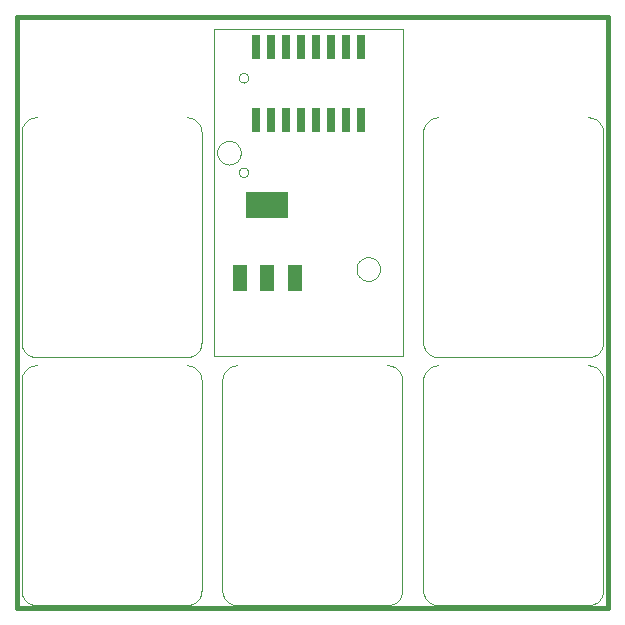
<source format=gbp>
G75*
G70*
%OFA0B0*%
%FSLAX24Y24*%
%IPPOS*%
%LPD*%
%AMOC8*
5,1,8,0,0,1.08239X$1,22.5*
%
%ADD10C,0.0160*%
%ADD11C,0.0000*%
%ADD12R,0.0260X0.0800*%
%ADD13R,0.0480X0.0880*%
%ADD14R,0.1417X0.0866*%
D10*
X000180Y000180D02*
X000180Y019865D01*
X019865Y019865D01*
X019865Y000180D01*
X000180Y000180D01*
D11*
X000322Y000759D02*
X000322Y007759D01*
X000324Y007803D01*
X000330Y007846D01*
X000339Y007888D01*
X000352Y007930D01*
X000369Y007970D01*
X000389Y008009D01*
X000412Y008046D01*
X000439Y008080D01*
X000468Y008113D01*
X000501Y008142D01*
X000535Y008169D01*
X000572Y008192D01*
X000611Y008212D01*
X000651Y008229D01*
X000693Y008242D01*
X000735Y008251D01*
X000778Y008257D01*
X000822Y008259D01*
X000822Y008526D02*
X005822Y008526D01*
X005866Y008528D01*
X005909Y008534D01*
X005951Y008543D01*
X005993Y008556D01*
X006033Y008573D01*
X006072Y008593D01*
X006109Y008616D01*
X006143Y008643D01*
X006176Y008672D01*
X006205Y008705D01*
X006232Y008739D01*
X006255Y008776D01*
X006275Y008815D01*
X006292Y008855D01*
X006305Y008897D01*
X006314Y008939D01*
X006320Y008982D01*
X006322Y009026D01*
X006322Y016026D01*
X006320Y016070D01*
X006314Y016113D01*
X006305Y016155D01*
X006292Y016197D01*
X006275Y016237D01*
X006255Y016276D01*
X006232Y016313D01*
X006205Y016347D01*
X006176Y016380D01*
X006143Y016409D01*
X006109Y016436D01*
X006072Y016459D01*
X006033Y016479D01*
X005993Y016496D01*
X005951Y016509D01*
X005909Y016518D01*
X005866Y016524D01*
X005822Y016526D01*
X006843Y015347D02*
X006845Y015386D01*
X006851Y015425D01*
X006861Y015463D01*
X006874Y015500D01*
X006891Y015535D01*
X006911Y015569D01*
X006935Y015600D01*
X006962Y015629D01*
X006991Y015655D01*
X007023Y015678D01*
X007057Y015698D01*
X007093Y015714D01*
X007130Y015726D01*
X007169Y015735D01*
X007208Y015740D01*
X007247Y015741D01*
X007286Y015738D01*
X007325Y015731D01*
X007362Y015720D01*
X007399Y015706D01*
X007434Y015688D01*
X007467Y015667D01*
X007498Y015642D01*
X007526Y015615D01*
X007551Y015585D01*
X007573Y015552D01*
X007592Y015518D01*
X007607Y015482D01*
X007619Y015444D01*
X007627Y015406D01*
X007631Y015367D01*
X007631Y015327D01*
X007627Y015288D01*
X007619Y015250D01*
X007607Y015212D01*
X007592Y015176D01*
X007573Y015142D01*
X007551Y015109D01*
X007526Y015079D01*
X007498Y015052D01*
X007467Y015027D01*
X007434Y015006D01*
X007399Y014988D01*
X007362Y014974D01*
X007325Y014963D01*
X007286Y014956D01*
X007247Y014953D01*
X007208Y014954D01*
X007169Y014959D01*
X007130Y014968D01*
X007093Y014980D01*
X007057Y014996D01*
X007023Y015016D01*
X006991Y015039D01*
X006962Y015065D01*
X006935Y015094D01*
X006911Y015125D01*
X006891Y015159D01*
X006874Y015194D01*
X006861Y015231D01*
X006851Y015269D01*
X006845Y015308D01*
X006843Y015347D01*
X007564Y014694D02*
X007566Y014719D01*
X007572Y014743D01*
X007581Y014765D01*
X007594Y014786D01*
X007610Y014805D01*
X007629Y014821D01*
X007650Y014834D01*
X007672Y014843D01*
X007696Y014849D01*
X007721Y014851D01*
X007746Y014849D01*
X007770Y014843D01*
X007792Y014834D01*
X007813Y014821D01*
X007832Y014805D01*
X007848Y014786D01*
X007861Y014765D01*
X007870Y014743D01*
X007876Y014719D01*
X007878Y014694D01*
X007876Y014669D01*
X007870Y014645D01*
X007861Y014623D01*
X007848Y014602D01*
X007832Y014583D01*
X007813Y014567D01*
X007792Y014554D01*
X007770Y014545D01*
X007746Y014539D01*
X007721Y014537D01*
X007696Y014539D01*
X007672Y014545D01*
X007650Y014554D01*
X007629Y014567D01*
X007610Y014583D01*
X007594Y014602D01*
X007581Y014623D01*
X007572Y014645D01*
X007566Y014669D01*
X007564Y014694D01*
X007564Y017843D02*
X007566Y017868D01*
X007572Y017892D01*
X007581Y017914D01*
X007594Y017935D01*
X007610Y017954D01*
X007629Y017970D01*
X007650Y017983D01*
X007672Y017992D01*
X007696Y017998D01*
X007721Y018000D01*
X007746Y017998D01*
X007770Y017992D01*
X007792Y017983D01*
X007813Y017970D01*
X007832Y017954D01*
X007848Y017935D01*
X007861Y017914D01*
X007870Y017892D01*
X007876Y017868D01*
X007878Y017843D01*
X007876Y017818D01*
X007870Y017794D01*
X007861Y017772D01*
X007848Y017751D01*
X007832Y017732D01*
X007813Y017716D01*
X007792Y017703D01*
X007770Y017694D01*
X007746Y017688D01*
X007721Y017686D01*
X007696Y017688D01*
X007672Y017694D01*
X007650Y017703D01*
X007629Y017716D01*
X007610Y017732D01*
X007594Y017751D01*
X007581Y017772D01*
X007572Y017794D01*
X007566Y017818D01*
X007564Y017843D01*
X006745Y019481D02*
X013044Y019481D01*
X013044Y008556D01*
X006745Y008556D01*
X006745Y019481D01*
X000822Y016526D02*
X000778Y016524D01*
X000735Y016518D01*
X000693Y016509D01*
X000651Y016496D01*
X000611Y016479D01*
X000572Y016459D01*
X000535Y016436D01*
X000501Y016409D01*
X000468Y016380D01*
X000439Y016347D01*
X000412Y016313D01*
X000389Y016276D01*
X000369Y016237D01*
X000352Y016197D01*
X000339Y016155D01*
X000330Y016113D01*
X000324Y016070D01*
X000322Y016026D01*
X000322Y009026D01*
X000324Y008982D01*
X000330Y008939D01*
X000339Y008897D01*
X000352Y008855D01*
X000369Y008815D01*
X000389Y008776D01*
X000412Y008739D01*
X000439Y008705D01*
X000468Y008672D01*
X000501Y008643D01*
X000535Y008616D01*
X000572Y008593D01*
X000611Y008573D01*
X000651Y008556D01*
X000693Y008543D01*
X000735Y008534D01*
X000778Y008528D01*
X000822Y008526D01*
X005822Y008259D02*
X005866Y008257D01*
X005909Y008251D01*
X005951Y008242D01*
X005993Y008229D01*
X006033Y008212D01*
X006072Y008192D01*
X006109Y008169D01*
X006143Y008142D01*
X006176Y008113D01*
X006205Y008080D01*
X006232Y008046D01*
X006255Y008009D01*
X006275Y007970D01*
X006292Y007930D01*
X006305Y007888D01*
X006314Y007846D01*
X006320Y007803D01*
X006322Y007759D01*
X006322Y000759D01*
X006320Y000715D01*
X006314Y000672D01*
X006305Y000630D01*
X006292Y000588D01*
X006275Y000548D01*
X006255Y000509D01*
X006232Y000472D01*
X006205Y000438D01*
X006176Y000405D01*
X006143Y000376D01*
X006109Y000349D01*
X006072Y000326D01*
X006033Y000306D01*
X005993Y000289D01*
X005951Y000276D01*
X005909Y000267D01*
X005866Y000261D01*
X005822Y000259D01*
X000822Y000259D01*
X000778Y000261D01*
X000735Y000267D01*
X000693Y000276D01*
X000651Y000289D01*
X000611Y000306D01*
X000572Y000326D01*
X000535Y000349D01*
X000501Y000376D01*
X000468Y000405D01*
X000439Y000438D01*
X000412Y000472D01*
X000389Y000509D01*
X000369Y000548D01*
X000352Y000588D01*
X000339Y000630D01*
X000330Y000672D01*
X000324Y000715D01*
X000322Y000759D01*
X007015Y000759D02*
X007015Y007759D01*
X007017Y007803D01*
X007023Y007846D01*
X007032Y007888D01*
X007045Y007930D01*
X007062Y007970D01*
X007082Y008009D01*
X007105Y008046D01*
X007132Y008080D01*
X007161Y008113D01*
X007194Y008142D01*
X007228Y008169D01*
X007265Y008192D01*
X007304Y008212D01*
X007344Y008229D01*
X007386Y008242D01*
X007428Y008251D01*
X007471Y008257D01*
X007515Y008259D01*
X011489Y011469D02*
X011491Y011508D01*
X011497Y011547D01*
X011507Y011585D01*
X011520Y011622D01*
X011537Y011657D01*
X011557Y011691D01*
X011581Y011722D01*
X011608Y011751D01*
X011637Y011777D01*
X011669Y011800D01*
X011703Y011820D01*
X011739Y011836D01*
X011776Y011848D01*
X011815Y011857D01*
X011854Y011862D01*
X011893Y011863D01*
X011932Y011860D01*
X011971Y011853D01*
X012008Y011842D01*
X012045Y011828D01*
X012080Y011810D01*
X012113Y011789D01*
X012144Y011764D01*
X012172Y011737D01*
X012197Y011707D01*
X012219Y011674D01*
X012238Y011640D01*
X012253Y011604D01*
X012265Y011566D01*
X012273Y011528D01*
X012277Y011489D01*
X012277Y011449D01*
X012273Y011410D01*
X012265Y011372D01*
X012253Y011334D01*
X012238Y011298D01*
X012219Y011264D01*
X012197Y011231D01*
X012172Y011201D01*
X012144Y011174D01*
X012113Y011149D01*
X012080Y011128D01*
X012045Y011110D01*
X012008Y011096D01*
X011971Y011085D01*
X011932Y011078D01*
X011893Y011075D01*
X011854Y011076D01*
X011815Y011081D01*
X011776Y011090D01*
X011739Y011102D01*
X011703Y011118D01*
X011669Y011138D01*
X011637Y011161D01*
X011608Y011187D01*
X011581Y011216D01*
X011557Y011247D01*
X011537Y011281D01*
X011520Y011316D01*
X011507Y011353D01*
X011497Y011391D01*
X011491Y011430D01*
X011489Y011469D01*
X013708Y009026D02*
X013708Y016026D01*
X013710Y016070D01*
X013716Y016113D01*
X013725Y016155D01*
X013738Y016197D01*
X013755Y016237D01*
X013775Y016276D01*
X013798Y016313D01*
X013825Y016347D01*
X013854Y016380D01*
X013887Y016409D01*
X013921Y016436D01*
X013958Y016459D01*
X013997Y016479D01*
X014037Y016496D01*
X014079Y016509D01*
X014121Y016518D01*
X014164Y016524D01*
X014208Y016526D01*
X019208Y016526D02*
X019252Y016524D01*
X019295Y016518D01*
X019337Y016509D01*
X019379Y016496D01*
X019419Y016479D01*
X019458Y016459D01*
X019495Y016436D01*
X019529Y016409D01*
X019562Y016380D01*
X019591Y016347D01*
X019618Y016313D01*
X019641Y016276D01*
X019661Y016237D01*
X019678Y016197D01*
X019691Y016155D01*
X019700Y016113D01*
X019706Y016070D01*
X019708Y016026D01*
X019708Y009026D01*
X019706Y008982D01*
X019700Y008939D01*
X019691Y008897D01*
X019678Y008855D01*
X019661Y008815D01*
X019641Y008776D01*
X019618Y008739D01*
X019591Y008705D01*
X019562Y008672D01*
X019529Y008643D01*
X019495Y008616D01*
X019458Y008593D01*
X019419Y008573D01*
X019379Y008556D01*
X019337Y008543D01*
X019295Y008534D01*
X019252Y008528D01*
X019208Y008526D01*
X014208Y008526D01*
X014164Y008528D01*
X014121Y008534D01*
X014079Y008543D01*
X014037Y008556D01*
X013997Y008573D01*
X013958Y008593D01*
X013921Y008616D01*
X013887Y008643D01*
X013854Y008672D01*
X013825Y008705D01*
X013798Y008739D01*
X013775Y008776D01*
X013755Y008815D01*
X013738Y008855D01*
X013725Y008897D01*
X013716Y008939D01*
X013710Y008982D01*
X013708Y009026D01*
X013708Y007759D02*
X013708Y000759D01*
X013710Y000715D01*
X013716Y000672D01*
X013725Y000630D01*
X013738Y000588D01*
X013755Y000548D01*
X013775Y000509D01*
X013798Y000472D01*
X013825Y000438D01*
X013854Y000405D01*
X013887Y000376D01*
X013921Y000349D01*
X013958Y000326D01*
X013997Y000306D01*
X014037Y000289D01*
X014079Y000276D01*
X014121Y000267D01*
X014164Y000261D01*
X014208Y000259D01*
X019208Y000259D01*
X019252Y000261D01*
X019295Y000267D01*
X019337Y000276D01*
X019379Y000289D01*
X019419Y000306D01*
X019458Y000326D01*
X019495Y000349D01*
X019529Y000376D01*
X019562Y000405D01*
X019591Y000438D01*
X019618Y000472D01*
X019641Y000509D01*
X019661Y000548D01*
X019678Y000588D01*
X019691Y000630D01*
X019700Y000672D01*
X019706Y000715D01*
X019708Y000759D01*
X019708Y007759D01*
X019706Y007803D01*
X019700Y007846D01*
X019691Y007888D01*
X019678Y007930D01*
X019661Y007970D01*
X019641Y008009D01*
X019618Y008046D01*
X019591Y008080D01*
X019562Y008113D01*
X019529Y008142D01*
X019495Y008169D01*
X019458Y008192D01*
X019419Y008212D01*
X019379Y008229D01*
X019337Y008242D01*
X019295Y008251D01*
X019252Y008257D01*
X019208Y008259D01*
X014208Y008259D02*
X014164Y008257D01*
X014121Y008251D01*
X014079Y008242D01*
X014037Y008229D01*
X013997Y008212D01*
X013958Y008192D01*
X013921Y008169D01*
X013887Y008142D01*
X013854Y008113D01*
X013825Y008080D01*
X013798Y008046D01*
X013775Y008009D01*
X013755Y007970D01*
X013738Y007930D01*
X013725Y007888D01*
X013716Y007846D01*
X013710Y007803D01*
X013708Y007759D01*
X013015Y007759D02*
X013015Y000759D01*
X013013Y000715D01*
X013007Y000672D01*
X012998Y000630D01*
X012985Y000588D01*
X012968Y000548D01*
X012948Y000509D01*
X012925Y000472D01*
X012898Y000438D01*
X012869Y000405D01*
X012836Y000376D01*
X012802Y000349D01*
X012765Y000326D01*
X012726Y000306D01*
X012686Y000289D01*
X012644Y000276D01*
X012602Y000267D01*
X012559Y000261D01*
X012515Y000259D01*
X007515Y000259D01*
X007471Y000261D01*
X007428Y000267D01*
X007386Y000276D01*
X007344Y000289D01*
X007304Y000306D01*
X007265Y000326D01*
X007228Y000349D01*
X007194Y000376D01*
X007161Y000405D01*
X007132Y000438D01*
X007105Y000472D01*
X007082Y000509D01*
X007062Y000548D01*
X007045Y000588D01*
X007032Y000630D01*
X007023Y000672D01*
X007017Y000715D01*
X007015Y000759D01*
X013015Y007759D02*
X013013Y007803D01*
X013007Y007846D01*
X012998Y007888D01*
X012985Y007930D01*
X012968Y007970D01*
X012948Y008009D01*
X012925Y008046D01*
X012898Y008080D01*
X012869Y008113D01*
X012836Y008142D01*
X012802Y008169D01*
X012765Y008192D01*
X012726Y008212D01*
X012686Y008229D01*
X012644Y008242D01*
X012602Y008251D01*
X012559Y008257D01*
X012515Y008259D01*
D12*
X011631Y016452D03*
X011131Y016452D03*
X010631Y016452D03*
X010131Y016452D03*
X009631Y016452D03*
X009131Y016452D03*
X008631Y016452D03*
X008131Y016452D03*
X008131Y018872D03*
X008631Y018872D03*
X009131Y018872D03*
X009631Y018872D03*
X010131Y018872D03*
X010631Y018872D03*
X011131Y018872D03*
X011631Y018872D03*
D13*
X009427Y011175D03*
X008517Y011175D03*
X007607Y011175D03*
D14*
X008517Y013615D03*
M02*

</source>
